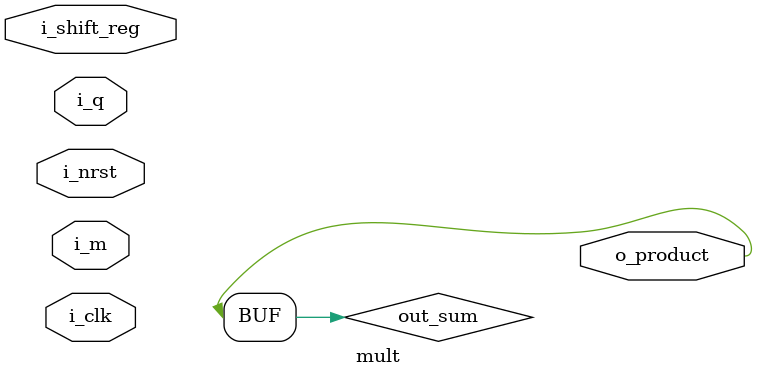
<source format=sv>
module mult(
	input i_clk,
	input i_nrst,
	input i_q,
	input i_m,
	input i_shift_reg,
	output o_product);

logic carry;

wire in_a, in_b, out_sum, out_carry;

assign o_product = out_sum;
assign in_a = i_shift_reg & i_nrst;
assign in_b = i_q & i_m; 



endmodule


</source>
